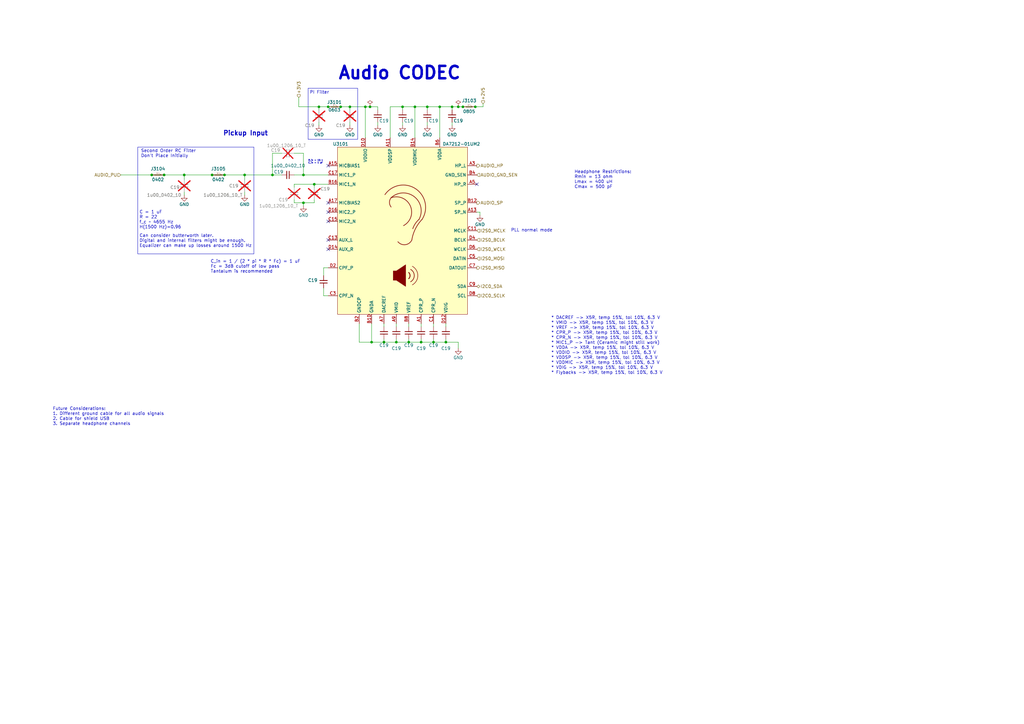
<source format=kicad_sch>
(kicad_sch (version 20230121) (generator eeschema)
  (paper "A3")
  (title_block (title "Audio I/O") (date "2023-08-07") (rev "1") (company "Beep Boop"))
  (lib_symbols
    (symbol "Beacon_Library:CUT_N_JUMP" (pin_numbers hide) (in_bom no)
      (property "Reference" "J" (at 0 -0.254 0))
      (property "Value" "0402" (at 0 -3.81 0))
      (symbol "CUT_N_JUMP_1_1"
        (polyline (pts (xy -1.27 -2.54) (xy 1.27 -2.54)) (stroke (width 0.381)))
        (polyline (pts (xy 0.508 -1.905) (xy 0.381 -1.651) (xy 0.508 -1.905) (xy 0.254 -2.032)) (stroke (width 0.0762)))
        (arc (start 0.508 -1.905) (mid -0.5086 -1.8651) (end -1.27 -2.54) (stroke (width 0.0762)))
        (pin passive line (at -2.54 -2.54 0) (length 1.27) (name "~") (number "1"))
        (pin passive line (at 2.54 -2.54 180) (length 1.27) (name "~") (number "2"))
      )
    )
    (symbol "Beacon_Library:DA7212-01UM2"
      (property "Reference" "U601" (at 1.27 -1.27 0))
      (property "Value" "DA7212-01UM2" (at 50.8 -1.27 0))
      (symbol "DA7212-01UM2_1_1"
        (rectangle (start 0 -2.54) (end 53.34 -71.12) (fill (type background)))
        (polyline (pts (xy 22.86 -53.34) (xy 22.86 -57.15) (xy 24.13 -57.15) (xy 27.94 -59.69) (xy 27.94 -50.8) (xy 24.13 -53.34) (xy 22.86 -53.34)) (fill (type outline)))
        (arc (start 21.9831 -23.3203) (mid 21.3108 -25.2252) (end 21.9831 -27.1303) (stroke (width 0.254)))
        (arc (start 24.765 -41.3542) (mid 27.8203 -42.5802) (end 30.48 -40.64) (stroke (width 0.254)))
        (arc (start 27.0631 -34.7503) (mid 29.8585 -26.664) (end 21.9831 -23.3203) (stroke (width 0.254)))
        (arc (start 29.2101 -56.515) (mid 29.7361 -55.245) (end 29.2101 -53.975) (stroke (width 0.3556)))
        (arc (start 29.9819 -57.785) (mid 31.4786 -55.245) (end 29.9819 -52.705) (stroke (width 0.254)))
        (arc (start 30.6933 -59.055) (mid 32.9343 -55.245) (end 30.6933 -51.435) (stroke (width 0.2032)))
        (arc (start 33.4131 -32.2103) (mid 31.4927 -22.8865) (end 21.9831 -23.3203) (stroke (width 0.254)))
        (arc (start 33.4131 -32.2103) (mid 31.893 -33.9484) (end 30.8731 -36.0203) (stroke (width 0.254)))
        (arc (start 34.6831 -32.2103) (mid 32.052 -19.6469) (end 19.4431 -22.0503) (stroke (width 0.254)))
        (arc (start 34.6831 -32.2103) (mid 31.9373 -36.1039) (end 30.48 -40.64) (stroke (width 0.254)))
        (pin passive line (at 34.29 -74.93 90) (length 3.81) (name "CPR_P") (number "A1"))
        (pin power_in line (at 21.59 1.27 270) (length 3.81) (name "VDDSP") (number "A11"))
        (pin output line (at 57.15 -29.21 180) (length 3.81) (name "SP_N") (number "A13"))
        (pin output line (at -3.81 -10.16 0) (length 3.81) (name "MICBIAS1") (number "A15"))
        (pin output line (at -3.81 -25.4 0) (length 3.81) (name "MICBIAS2") (number "A17"))
        (pin output line (at 57.15 -10.16 180) (length 3.81) (name "HP_L") (number "A3"))
        (pin output line (at 57.15 -17.78 180) (length 3.81) (name "HP_R") (number "A5"))
        (pin passive line (at 19.05 -74.93 90) (length 3.81) (name "DACREF") (number "A7"))
        (pin passive line (at 24.13 -74.93 90) (length 3.81) (name "VMID") (number "A9"))
        (pin passive line (at 13.97 -74.93 90) (length 3.81) (name "GNDA") (number "B10"))
        (pin output line (at 57.15 -25.4 180) (length 3.81) (name "SP_P") (number "B12"))
        (pin power_in line (at 31.75 1.27 270) (length 3.81) (name "VDDMIC") (number "B14"))
        (pin input line (at -3.81 -17.78 0) (length 3.81) (name "MIC1_N") (number "B16"))
        (pin passive line (at 8.89 -74.93 90) (length 3.81) (name "GNDCP") (number "B2"))
        (pin input line (at 57.15 -13.97 180) (length 3.81) (name "GND_SEN") (number "B4"))
        (pin power_in line (at 41.91 1.27 270) (length 3.81) (name "VDDA") (number "B6"))
        (pin passive line (at 29.21 -74.93 90) (length 3.81) (name "VREF") (number "B8"))
        (pin passive line (at 39.37 -74.93 90) (length 3.81) (name "CPR_N") (number "C1"))
        (pin input line (at 57.15 -36.83 180) (length 3.81) (name "MCLK") (number "C11"))
        (pin input line (at -3.81 -40.64 0) (length 3.81) (name "AUX_L") (number "C13"))
        (pin input line (at -3.81 -33.02 0) (length 3.81) (name "MIC2_N") (number "C15"))
        (pin input line (at -3.81 -13.97 0) (length 3.81) (name "MIC1_P") (number "C17"))
        (pin passive line (at -3.81 -63.5 0) (length 3.81) (name "CPF_N") (number "C3"))
        (pin input line (at 57.15 -48.26 180) (length 3.81) (name "DATIN") (number "C5"))
        (pin output line (at 57.15 -52.07 180) (length 3.81) (name "DATOUT") (number "C7"))
        (pin bidirectional line (at 57.15 -59.69 180) (length 3.81) (name "SDA") (number "C9"))
        (pin power_in line (at 11.43 1.27 270) (length 3.81) (name "VDDIO") (number "D10"))
        (pin passive line (at 44.45 -74.93 90) (length 3.81) (name "VDIG") (number "D12"))
        (pin input line (at -3.81 -44.45 0) (length 3.81) (name "AUX_R") (number "D14"))
        (pin input line (at -3.81 -29.21 0) (length 3.81) (name "MIC2_P") (number "D16"))
        (pin passive line (at -3.81 -52.07 0) (length 3.81) (name "CPF_P") (number "D2"))
        (pin input line (at 57.15 -40.64 180) (length 3.81) (name "BCLK") (number "D4"))
        (pin input line (at 57.15 -44.45 180) (length 3.81) (name "WCLK") (number "D6"))
        (pin input line (at 57.15 -63.5 180) (length 3.81) (name "SCL") (number "D8"))
      )
    )
    (symbol "Device:C_Small" (pin_numbers hide) (pin_names (offset 0.254) hide)
      (property "Reference" "C" (at 0.254 1.778 0))
      (property "Value" "C_Small" (at 0.254 -2.032 0))
      (symbol "C_Small_0_1"
        (polyline (pts (xy -1.524 -0.508) (xy 1.524 -0.508)) (stroke (width 0.3302)))
        (polyline (pts (xy -1.524 0.508) (xy 1.524 0.508)) (stroke (width 0.3048)))
      )
      (symbol "C_Small_1_1"
        (pin passive line (at 0 2.54 270) (length 2.032) (name "~") (number "1"))
        (pin passive line (at 0 -2.54 90) (length 2.032) (name "~") (number "2"))
      )
    )
    (symbol "power:GND" (power) (pin_names (offset 0))
      (property "Value" "GND" (at 0 -3.81 0))
      (symbol "GND_0_1"
        (polyline (pts (xy 0 0) (xy 0 -1.27) (xy 1.27 -1.27) (xy 0 -2.54) (xy -1.27 -1.27) (xy 0 -1.27)))
      )
      (symbol "GND_1_1"
        (pin power_in line (at 0 0 270) (length 0) hide (name "GND") (number "1"))
      )
    )
    (symbol "power:PWR_FLAG" (power) (pin_numbers hide) (pin_names (offset 0) hide)
      (property "Value" "PWR_FLAG" (at 0 3.81 0))
      (symbol "PWR_FLAG_0_0"
        (pin power_out line (at 0 0 90) (length 0) (name "pwr") (number "1"))
      )
      (symbol "PWR_FLAG_0_1"
        (polyline (pts (xy 0 0) (xy 0 1.27) (xy -1.016 1.905) (xy 0 2.54) (xy 1.016 1.905) (xy 0 1.27)))
      )
    )
  )
  (junction (at 151.765 43.815))
  (junction (at 130.81 43.815))
  (junction (at 67.31 71.755))
  (junction (at 128.905 75.565))
  (junction (at 182.88 140.335))
  (junction (at 152.4 140.335))
  (junction (at 124.46 83.185))
  (junction (at 139.7 43.815))
  (junction (at 165.1 43.815))
  (junction (at 167.64 140.335))
  (junction (at 62.23 71.755))
  (junction (at 172.72 140.335))
  (junction (at 180.34 43.815))
  (junction (at 185.42 43.815))
  (junction (at 149.86 43.815))
  (junction (at 100.33 71.755))
  (junction (at 75.565 71.755))
  (junction (at 187.96 43.815))
  (junction (at 143.51 43.815))
  (junction (at 111.76 71.755))
  (junction (at 177.8 140.335))
  (junction (at 134.62 43.815))
  (junction (at 124.46 71.755))
  (junction (at 162.56 140.335))
  (junction (at 189.865 43.815))
  (junction (at 170.18 43.815))
  (junction (at 157.48 140.335))
  (junction (at 86.995 71.755))
  (junction (at 175.26 43.815))
  (junction (at 194.945 43.815))
  (junction (at 92.075 71.755))
  (no_connect (at 134.62 102.235))
  (no_connect (at 134.62 83.185))
  (no_connect (at 134.62 86.995))
  (no_connect (at 134.62 67.945))
  (no_connect (at 195.58 75.565))
  (no_connect (at 134.62 98.425))
  (no_connect (at 134.62 90.805))
  (wire (pts (xy 152.4 140.335) (xy 147.32 140.335)))
  (wire (pts (xy 139.7 43.815) (xy 143.51 43.815)))
  (wire (pts (xy 100.33 78.74) (xy 100.33 80.01)))
  (wire (pts (xy 162.56 132.715) (xy 162.56 133.985)))
  (wire (pts (xy 92.075 71.755) (xy 100.33 71.755)))
  (wire (pts (xy 177.8 132.715) (xy 177.8 133.985)))
  (wire (pts (xy 165.1 51.435) (xy 165.1 50.165)))
  (wire (pts (xy 128.905 76.835) (xy 128.905 75.565)))
  (wire (pts (xy 160.02 43.815) (xy 160.02 56.515)))
  (wire (pts (xy 132.715 121.285) (xy 134.62 121.285)))
  (wire (pts (xy 75.565 73.66) (xy 75.565 71.755)))
  (wire (pts (xy 143.51 45.085) (xy 143.51 43.815)))
  (wire (pts (xy 124.46 83.185) (xy 124.46 84.455)))
  (wire (pts (xy 122.555 40.005) (xy 122.555 43.815)))
  (wire (pts (xy 115.57 71.755) (xy 111.76 71.755)))
  (wire (pts (xy 120.65 71.755) (xy 124.46 71.755)))
  (wire (pts (xy 189.865 43.815) (xy 194.945 43.815)))
  (wire (pts (xy 187.96 140.335) (xy 182.88 140.335)))
  (wire (pts (xy 130.81 50.165) (xy 130.81 51.435)))
  (wire (pts (xy 187.96 43.815) (xy 189.865 43.815)))
  (wire (pts (xy 49.53 71.755) (xy 62.23 71.755)))
  (wire (pts (xy 185.42 51.435) (xy 185.42 50.165)))
  (wire (pts (xy 165.1 43.815) (xy 170.18 43.815)))
  (wire (pts (xy 172.72 132.715) (xy 172.72 133.985)))
  (wire (pts (xy 177.8 139.065) (xy 177.8 140.335)))
  (wire (pts (xy 86.995 71.755) (xy 92.075 71.755)))
  (wire (pts (xy 128.905 83.185) (xy 128.905 81.915)))
  (wire (pts (xy 157.48 132.715) (xy 157.48 133.985)))
  (wire (pts (xy 67.31 71.755) (xy 75.565 71.755)))
  (wire (pts (xy 165.1 43.815) (xy 165.1 45.085)))
  (wire (pts (xy 120.65 76.835) (xy 120.65 75.565)))
  (wire (pts (xy 187.96 142.875) (xy 187.96 140.335)))
  (wire (pts (xy 185.42 45.085) (xy 185.42 43.815)))
  (wire (pts (xy 143.51 50.165) (xy 143.51 51.435)))
  (wire (pts (xy 120.65 62.865) (xy 124.46 62.865)))
  (wire (pts (xy 175.26 43.815) (xy 180.34 43.815)))
  (wire (pts (xy 157.48 139.065) (xy 157.48 140.335)))
  (wire (pts (xy 75.565 78.74) (xy 75.565 80.01)))
  (wire (pts (xy 167.64 140.335) (xy 162.56 140.335)))
  (wire (pts (xy 167.64 132.715) (xy 167.64 133.985)))
  (wire (pts (xy 124.46 62.865) (xy 124.46 71.755)))
  (wire (pts (xy 194.945 43.815) (xy 198.12 43.815)))
  (wire (pts (xy 151.765 43.815) (xy 149.86 43.815)))
  (wire (pts (xy 132.715 118.11) (xy 132.715 121.285)))
  (wire (pts (xy 162.56 140.335) (xy 157.48 140.335)))
  (wire (pts (xy 185.42 43.815) (xy 180.34 43.815)))
  (wire (pts (xy 182.88 132.715) (xy 182.88 133.985)))
  (wire (pts (xy 100.33 71.755) (xy 111.76 71.755)))
  (wire (pts (xy 172.72 139.065) (xy 172.72 140.335)))
  (wire (pts (xy 130.81 45.085) (xy 130.81 43.815)))
  (wire (pts (xy 154.94 51.435) (xy 154.94 50.165)))
  (wire (pts (xy 122.555 43.815) (xy 130.81 43.815)))
  (wire (pts (xy 111.76 62.865) (xy 111.76 71.755)))
  (wire (pts (xy 62.23 71.755) (xy 67.31 71.755)))
  (wire (pts (xy 124.46 71.755) (xy 134.62 71.755)))
  (wire (pts (xy 170.18 43.815) (xy 170.18 56.515)))
  (wire (pts (xy 120.65 75.565) (xy 128.905 75.565)))
  (wire (pts (xy 115.57 62.865) (xy 111.76 62.865)))
  (wire (pts (xy 172.72 140.335) (xy 167.64 140.335)))
  (wire (pts (xy 196.85 86.995) (xy 195.58 86.995)))
  (wire (pts (xy 132.715 113.03) (xy 132.715 109.855)))
  (wire (pts (xy 132.715 109.855) (xy 134.62 109.855)))
  (wire (pts (xy 75.565 71.755) (xy 86.995 71.755)))
  (wire (pts (xy 177.8 140.335) (xy 172.72 140.335)))
  (wire (pts (xy 100.33 73.66) (xy 100.33 71.755)))
  (wire (pts (xy 124.46 83.185) (xy 128.905 83.185)))
  (wire (pts (xy 196.85 88.265) (xy 196.85 86.995)))
  (wire (pts (xy 149.86 43.815) (xy 149.86 56.515)))
  (wire (pts (xy 170.18 43.815) (xy 175.26 43.815)))
  (wire (pts (xy 180.34 56.515) (xy 180.34 43.815)))
  (wire (pts (xy 182.88 140.335) (xy 177.8 140.335)))
  (wire (pts (xy 130.81 43.815) (xy 134.62 43.815)))
  (wire (pts (xy 120.65 81.915) (xy 120.65 83.185)))
  (wire (pts (xy 152.4 132.715) (xy 152.4 140.335)))
  (wire (pts (xy 120.65 83.185) (xy 124.46 83.185)))
  (wire (pts (xy 185.42 43.815) (xy 187.96 43.815)))
  (wire (pts (xy 182.88 139.065) (xy 182.88 140.335)))
  (wire (pts (xy 160.02 43.815) (xy 165.1 43.815)))
  (wire (pts (xy 128.905 75.565) (xy 134.62 75.565)))
  (wire (pts (xy 157.48 140.335) (xy 152.4 140.335)))
  (wire (pts (xy 154.94 43.815) (xy 151.765 43.815)))
  (wire (pts (xy 175.26 45.085) (xy 175.26 43.815)))
  (wire (pts (xy 198.12 42.545) (xy 198.12 43.815)))
  (wire (pts (xy 147.32 132.715) (xy 147.32 140.335)))
  (wire (pts (xy 134.62 43.815) (xy 139.7 43.815)))
  (wire (pts (xy 175.26 51.435) (xy 175.26 50.165)))
  (wire (pts (xy 143.51 43.815) (xy 149.86 43.815)))
  (wire (pts (xy 167.64 139.065) (xy 167.64 140.335)))
  (wire (pts (xy 154.94 45.085) (xy 154.94 43.815)))
  (wire (pts (xy 162.56 139.065) (xy 162.56 140.335)))
  (rectangle (start 56.515 60.325) (end 104.14 104.14))
  (rectangle (start 126.365 36.195) (end 146.685 57.15))
  (text "Pickup Input" (at 91.44 55.88 0) (effects (font (size 1.905 1.905) (thickness 0.381) bold) (justify left bottom)))
  (text "* DACREF -> X5R, temp 15%, tol 10%, 6.3 V\n* VMID -> X5R, temp 15%, tol 10%, 6.3 V\n* VREF -> X5R, temp 15%, tol 10%, 6.3 V\n* CPR_P -> X5R, temp 15%, tol 10%, 6.3 V\n* CPR_N -> X5R, temp 15%, tol 10%, 6.3 V\n* MIC1_P -> Tant (Ceramic might still work)\n* VDDA -> X5R, temp 15%, tol 10%, 6.3 V\n* VDDIO -> X5R, temp 15%, tol 10%, 6.3 V\n* VDDSP -> X5R, temp 15%, tol 10%, 6.3 V\n* VDDMIC -> X5R, temp 15%, tol 10%, 6.3 V\n* VDIG -> X5R, temp 15%, tol 10%, 6.3 V\n* Flybacks -> X5R, temp 15%, tol 10%, 6.3 V" (at 226.06 153.67 0) (effects (font (size 1.27 1.27)) (justify left bottom)))
  (text "Headphone Restrictions:\nRmin = 13 ohm\nLmax = 400 uH\nCmax = 500 pF" (at 235.585 77.47 0) (effects (font (size 1.27 1.27)) (justify left bottom)))
  (text "C = 1 uF\nR = 22\nf_c ~ 4655 Hz\nH(1500 Hz)=0.96" (at 57.15 93.98 0) (effects (font (size 1.27 1.27)) (justify left bottom)))
  (text "Future Considerations:\n1. Different ground cable for all audio signals\n2. Cable for shield USB\n3. Separate headphone channels" (at 21.59 174.625 0) (effects (font (size 1.27 1.27)) (justify left bottom)))
  (text "PI Filter" (at 127 38.735 0) (effects (font (size 1.27 1.27)) (justify left bottom)))
  (text "Second Order RC Filter\nDon't Place Initially" (at 57.785 64.77 0) (effects (font (size 1.27 1.27)) (justify left bottom)))
  (text "Can consider butterworth later.\nDigital and internal filters might be enough.\nEqualizer can make up losses around 1500 Hz" (at 57.15 101.6 0) (effects (font (size 1.27 1.27)) (justify left bottom)))
  (text "R_in = 15 k\nC_in = 1 pF" (at 126.365 67.31 0) (effects (font (size 0.635 0.635)) (justify left bottom)))
  (text "C_in = 1 / (2 * pi * R * Fc) = 1 uF\nFc = 3dB cutoff of low pass\nTantalum is recommended" (at 86.36 112.1664 0) (effects (font (size 1.27 1.27)) (justify left bottom)))
  (text "Audio CODEC" (at 138.43 33.02 0) (effects (font (size 5.08 5.08) (thickness 1.016) bold) (justify left bottom)))
  (text "PLL normal mode" (at 209.55 95.25 0) (effects (font (size 1.27 1.27)) (justify left bottom)))
  (hierarchical_label "+2V5" (shape input) (at 198.12 42.545 90))
  (hierarchical_label "I2S0_MOSI" (shape input) (at 195.58 106.045 0) (property "Intersheetrefs" "${INTERSHEET_REFS}" (effects hide)))
  (hierarchical_label "AUDIO_HP" (shape output) (at 195.58 67.945 0))
  (hierarchical_label "I2C0_SDA" (shape bidirectional) (at 195.58 117.475 0) (property "Intersheetrefs" "${INTERSHEET_REFS}" (effects hide)))
  (hierarchical_label "AUDIO_SP" (shape output) (at 195.58 83.185 0))
  (hierarchical_label "AUDIO_PU" (shape input) (at 49.53 71.755 180) (property "Intersheetrefs" "${INTERSHEET_REFS}" (effects hide)))
  (hierarchical_label "I2S0_BCLK" (shape input) (at 195.58 98.425 0) (property "Intersheetrefs" "${INTERSHEET_REFS}" (effects hide)))
  (hierarchical_label "I2C0_SCLK" (shape input) (at 195.58 121.285 0) (property "Intersheetrefs" "${INTERSHEET_REFS}" (effects hide)))
  (hierarchical_label "AUDIO_GND_SEN" (shape input) (at 195.58 71.755 0))
  (hierarchical_label "I2S0_MCLK" (shape input) (at 195.58 94.615 0) (property "Intersheetrefs" "${INTERSHEET_REFS}" (effects hide)))
  (hierarchical_label "I2S0_WCLK" (shape input) (at 195.58 102.235 0) (property "Intersheetrefs" "${INTERSHEET_REFS}" (effects hide)))
  (hierarchical_label "+3V3" (shape input) (at 122.555 40.005 90))
  (hierarchical_label "I2S0_MISO" (shape output) (at 195.58 109.855 0) (property "Intersheetrefs" "${INTERSHEET_REFS}" (effects hide)))
  (symbol (lib_id "Device:C_Small") (at 165.1 47.625 180) (unit 1)
    (property "Reference" "C19" (at 167.64 49.53 0))
    (property "Value" "1u00_0402_10" (effects hide))
    (property "Footprint" "Footprint_Library:0402_1005Metric_Handsolder" (effects hide))
    (instances (project "Beacon" (path "" (reference "C19") (unit 1)) (path "" (reference "C22") (unit 1)) (path "" (reference "C3104") (unit 1)) (path "" (reference "C2023") (unit 1))) (project "Beacon_Multiboard" (path "" (reference "C604") (unit 1))))
  )
  (symbol (lib_id "power:GND") (at 165.1 51.435 0) (unit 1)
    (property "Reference" "#PWR03106" (effects hide))
    (property "Value" "GND" (at 165.1 55.245 0))
    (instances (project "Beacon" (path "" (reference "#PWR03106") (unit 1)) (path "" (reference "#PWR02042") (unit 1))) (project "Beacon_Multiboard" (path "" (reference "#PWR0604") (unit 1))))
  )
  (symbol (lib_id "power:PWR_FLAG") (at 187.96 43.815 0) (unit 1)
    (property "Reference" "#FLG0603" (effects hide))
    (property "Value" "PWR_FLAG" (effects hide))
  )
  (symbol (lib_id "Device:C_Small") (at 157.48 136.525 180) (unit 1)
    (property "Reference" "C19" (at 157.48 141.605 0))
    (property "Value" "1u00_0402_10" (effects hide))
    (property "Footprint" "Footprint_Library:0402_1005Metric_Handsolder" (effects hide))
    (instances (project "Beacon" (path "" (reference "C19") (unit 1)) (path "" (reference "C22") (unit 1)) (path "" (reference "C3113") (unit 1)) (path "" (reference "C2021") (unit 1))) (project "Beacon_Multiboard" (path "" (reference "C614") (unit 1))))
  )
  (symbol (lib_id "Device:C_Small") (at 128.905 79.375 0) (unit 1) (dnp yes)
    (property "Reference" "C19" (at 133.35 77.47 0))
    (property "Value" "1u00_0402_10" (effects hide))
    (property "Footprint" "Footprint_Library:0402_1005Metric_Handsolder" (effects hide))
    (instances (project "Beacon" (path "" (reference "C19") (unit 1)) (path "" (reference "C22") (unit 1)) (path "" (reference "C3111") (unit 1)) (path "" (reference "C2017") (unit 1))) (project "Beacon_Multiboard" (path "" (reference "C612") (unit 1))))
  )
  (symbol (lib_id "power:GND") (at 187.96 142.875 0) (unit 1)
    (property "Reference" "#PWR03114" (effects hide))
    (property "Value" "GND" (at 187.96 146.685 0))
    (instances (project "Beacon" (path "" (reference "#PWR03114") (unit 1)) (path "" (reference "#PWR02045") (unit 1))) (project "Beacon_Multiboard" (path "" (reference "#PWR0610") (unit 1))))
  )
  (symbol (lib_id "Beacon_Library:DA7212-01UM2") (at 138.43 57.785 0) (unit 1)
    (property "Reference" "U3101" (at 139.7 59.055 0))
    (property "Value" "DA7212-01UM2" (at 189.23 59.055 0))
    (property "Footprint" "Footprint_Library:DA721201UM2" (effects hide))
    (property "Datasheet" "https://www.mouser.com/ProductDetail/Renesas-Dialog/DA7212-01UM2?qs=%252BXi6w7ipgVE9at%2Fm55%2FzUA%3D%3D" (effects hide))
    (instances (project "Beacon" (path "" (reference "U3101") (unit 1)) (path "" (reference "U2002") (unit 1))) (project "Beacon_Multiboard" (path "" (reference "U601") (unit 1)) (path "" (reference "U601") (unit 1))))
  )
  (symbol (lib_id "Device:C_Small") (at 154.94 47.625 180) (unit 1)
    (property "Reference" "C19" (at 157.48 49.53 0))
    (property "Value" "1u00_0402_10" (effects hide))
    (property "Footprint" "Footprint_Library:0402_1005Metric_Handsolder" (effects hide))
    (instances (project "Beacon" (path "" (reference "C19") (unit 1)) (path "" (reference "C22") (unit 1)) (path "" (reference "C3103") (unit 1)) (path "" (reference "C2020") (unit 1))) (project "Beacon_Multiboard" (path "" (reference "C603") (unit 1))))
  )
  (symbol (lib_id "Device:C_Small") (at 120.65 79.375 0) (unit 1) (dnp yes)
    (property "Reference" "C19" (at 116.205 81.915 0))
    (property "Value" "1u00_1206_10_T" (at 114.3 84.455 0))
    (property "Footprint" "Footprint_Library:1206_3216Metric_Handsolder" (effects hide))
    (instances (project "Beacon" (path "" (reference "C19") (unit 1)) (path "" (reference "C22") (unit 1)) (path "" (reference "C3108") (unit 1)) (path "" (reference "C2015") (unit 1))) (project "Beacon_Multiboard" (path "" (reference "C611") (unit 1))))
  )
  (symbol (lib_id "power:GND") (at 175.26 51.435 0) (unit 1)
    (property "Reference" "#PWR03107" (effects hide))
    (property "Value" "GND" (at 175.26 55.245 0))
    (instances (project "Beacon" (path "" (reference "#PWR03107") (unit 1)) (path "" (reference "#PWR02043") (unit 1))) (project "Beacon_Multiboard" (path "" (reference "#PWR0605") (unit 1))))
  )
  (symbol (lib_id "Beacon_Library:CUT_N_JUMP") (at 192.405 41.275 0) (mirror y) (unit 1) (in_bom no)
    (property "Reference" "J3103" (at 192.405 41.275 0))
    (property "Value" "0805" (at 192.405 45.72 0))
    (property "Footprint" "Footprint_Library:0805_CUT-N-JUMP" (effects hide))
    (instances (project "Beacon" (path "" (reference "J3103") (unit 1)) (path "" (reference "J2013") (unit 1))) (project "Beacon_Multiboard" (path "" (reference "J603") (unit 1))))
  )
  (symbol (lib_id "power:GND") (at 185.42 51.435 0) (unit 1)
    (property "Reference" "#PWR03108" (effects hide))
    (property "Value" "GND" (at 185.42 55.245 0))
    (instances (project "Beacon" (path "" (reference "#PWR03108") (unit 1)) (path "" (reference "#PWR02044") (unit 1))) (project "Beacon_Multiboard" (path "" (reference "#PWR0606") (unit 1))))
  )
  (symbol (lib_id "Device:C_Small") (at 185.42 47.625 180) (unit 1)
    (property "Reference" "C19" (at 187.96 49.53 0))
    (property "Value" "1u00_0402_10" (effects hide))
    (property "Footprint" "Footprint_Library:0402_1005Metric_Handsolder" (effects hide))
    (instances (project "Beacon" (path "" (reference "C19") (unit 1)) (path "" (reference "C22") (unit 1)) (path "" (reference "C3106") (unit 1)) (path "" (reference "C2029") (unit 1))) (project "Beacon_Multiboard" (path "" (reference "C606") (unit 1))))
  )
  (symbol (lib_id "Device:C_Small") (at 75.565 76.2 0) (unit 1) (dnp yes)
    (property "Reference" "C19" (at 71.755 76.835 0))
    (property "Value" "1u00_0402_10" (at 67.31 80.01 0))
    (property "Footprint" "Footprint_Library:0402_1005Metric_Handsolder" (effects hide))
    (instances (project "Beacon" (path "" (reference "C19") (unit 1)) (path "" (reference "C22") (unit 1)) (path "" (reference "C3110") (unit 1)) (path "" (reference "C2013") (unit 1))) (project "Beacon_Multiboard" (path "" (reference "C609") (unit 1))))
  )
  (symbol (lib_id "power:GND") (at 100.33 80.01 0) (unit 1)
    (property "Reference" "#PWR03111" (effects hide))
    (property "Value" "GND" (at 100.33 83.82 0))
    (instances (project "Beacon" (path "" (reference "#PWR03111") (unit 1)) (path "" (reference "#PWR02036") (unit 1))) (project "Beacon_Multiboard" (path "" (reference "#PWR0608") (unit 1))))
  )
  (symbol (lib_id "Device:C_Small") (at 162.56 136.525 180) (unit 1)
    (property "Reference" "C19" (at 162.56 142.875 0))
    (property "Value" "1u00_0402_10" (effects hide))
    (property "Footprint" "Footprint_Library:0402_1005Metric_Handsolder" (effects hide))
    (instances (project "Beacon" (path "" (reference "C19") (unit 1)) (path "" (reference "C22") (unit 1)) (path "" (reference "C3114") (unit 1)) (path "" (reference "C2022") (unit 1))) (project "Beacon_Multiboard" (path "" (reference "C615") (unit 1))))
  )
  (symbol (lib_id "Device:C_Small") (at 172.72 136.525 180) (unit 1)
    (property "Reference" "C19" (at 172.72 142.875 0))
    (property "Value" "1u00_0402_10" (effects hide))
    (property "Footprint" "Footprint_Library:0402_1005Metric_Handsolder" (effects hide))
    (instances (project "Beacon" (path "" (reference "C19") (unit 1)) (path "" (reference "C22") (unit 1)) (path "" (reference "C3116") (unit 1)) (path "" (reference "C2025") (unit 1))) (project "Beacon_Multiboard" (path "" (reference "C617") (unit 1))))
  )
  (symbol (lib_id "Device:C_Small") (at 182.88 136.525 180) (unit 1)
    (property "Reference" "C19" (at 182.88 142.875 0))
    (property "Value" "1u00_0402_10" (effects hide))
    (property "Footprint" "Footprint_Library:0402_1005Metric_Handsolder" (effects hide))
    (instances (project "Beacon" (path "" (reference "C19") (unit 1)) (path "" (reference "C22") (unit 1)) (path "" (reference "C3118") (unit 1)) (path "" (reference "C2028") (unit 1))) (project "Beacon_Multiboard" (path "" (reference "C619") (unit 1))))
  )
  (symbol (lib_id "Device:C_Small") (at 100.33 76.2 0) (unit 1) (dnp yes)
    (property "Reference" "C19" (at 95.885 76.2 0))
    (property "Value" "1u00_1206_10_T" (at 91.44 80.01 0))
    (property "Footprint" "Footprint_Library:1206_3216Metric_Handsolder" (effects hide))
    (instances (project "Beacon" (path "" (reference "C19") (unit 1)) (path "" (reference "C22") (unit 1)) (path "" (reference "C3108") (unit 1)) (path "" (reference "C2015") (unit 1))) (project "Beacon_Multiboard" (path "" (reference "C610") (unit 1))))
  )
  (symbol (lib_id "Device:C_Small") (at 130.81 47.625 180) (unit 1) (dnp yes)
    (property "Reference" "C19" (at 127 51.435 0))
    (property "Value" "????_0402_25" (effects hide))
    (property "Footprint" "Footprint_Library:0402_1005Metric_Handsolder" (effects hide))
    (instances (project "Beacon" (path "" (reference "C19") (unit 1)) (path "" (reference "C22") (unit 1)) (path "" (reference "C3101") (unit 1)) (path "" (reference "C2016") (unit 1))) (project "Beacon_Multiboard" (path "" (reference "C601") (unit 1))))
  )
  (symbol (lib_id "Device:C_Small") (at 118.11 71.755 270) (unit 1)
    (property "Reference" "C19" (at 114.3 70.485 90))
    (property "Value" "1u00_0402_10" (at 118.11 67.945 90))
    (property "Footprint" "Footprint_Library:0402_1005Metric_Handsolder" (effects hide))
    (instances (project "Beacon" (path "" (reference "C19") (unit 1)) (path "" (reference "C22") (unit 1)) (path "" (reference "C3107") (unit 1)) (path "" (reference "C2014") (unit 1))) (project "Beacon_Multiboard" (path "" (reference "C608") (unit 1))))
  )
  (symbol (lib_id "power:GND") (at 143.51 51.435 0) (unit 1)
    (property "Reference" "#PWR03104" (effects hide))
    (property "Value" "GND" (at 143.51 55.245 0))
    (instances (project "Beacon" (path "" (reference "#PWR03104") (unit 1)) (path "" (reference "#PWR02040") (unit 1))) (project "Beacon_Multiboard" (path "" (reference "#PWR0602") (unit 1))))
  )
  (symbol (lib_id "power:GND") (at 124.46 84.455 0) (unit 1)
    (property "Reference" "#PWR03112" (effects hide))
    (property "Value" "GND" (at 124.46 88.265 0))
    (instances (project "Beacon" (path "" (reference "#PWR03112") (unit 1)) (path "" (reference "#PWR02039") (unit 1))) (project "Beacon_Multiboard" (path "" (reference "#PWR0609") (unit 1))))
  )
  (symbol (lib_id "power:GND") (at 196.85 88.265 0) (unit 1)
    (property "Reference" "#PWR03105" (effects hide))
    (property "Value" "GND" (at 196.85 92.075 0))
    (instances (project "Beacon" (path "" (reference "#PWR03105") (unit 1)) (path "" (reference "#PWR02041") (unit 1))) (project "Beacon_Multiboard" (path "" (reference "#PWR0717") (unit 1))))
  )
  (symbol (lib_id "power:GND") (at 75.565 80.01 0) (unit 1)
    (property "Reference" "#PWR03110" (effects hide))
    (property "Value" "GND" (at 75.565 83.82 0))
    (instances (project "Beacon" (path "" (reference "#PWR03110") (unit 1)) (path "" (reference "#PWR02035") (unit 1))) (project "Beacon_Multiboard" (path "" (reference "#PWR0607") (unit 1))))
  )
  (symbol (lib_id "power:PWR_FLAG") (at 151.765 43.815 0) (unit 1)
    (property "Reference" "#FLG0601" (effects hide))
    (property "Value" "PWR_FLAG" (effects hide))
  )
  (symbol (lib_id "Device:C_Small") (at 132.715 115.57 180) (unit 1)
    (property "Reference" "C19" (at 128.27 114.935 0))
    (property "Value" "1u00_0402_10" (effects hide))
    (property "Footprint" "Footprint_Library:0402_1005Metric_Handsolder" (effects hide))
    (instances (project "Beacon" (path "" (reference "C19") (unit 1)) (path "" (reference "C22") (unit 1)) (path "" (reference "C3112") (unit 1)) (path "" (reference "C2018") (unit 1))) (project "Beacon_Multiboard" (path "" (reference "C613") (unit 1))))
  )
  (symbol (lib_id "Device:C_Small") (at 175.26 47.625 180) (unit 1)
    (property "Reference" "C19" (at 177.8 49.53 0))
    (property "Value" "1u00_0402_10" (effects hide))
    (property "Footprint" "Footprint_Library:0402_1005Metric_Handsolder" (effects hide))
    (instances (project "Beacon" (path "" (reference "C19") (unit 1)) (path "" (reference "C22") (unit 1)) (path "" (reference "C3105") (unit 1)) (path "" (reference "C2026") (unit 1))) (project "Beacon_Multiboard" (path "" (reference "C605") (unit 1))))
  )
  (symbol (lib_id "Device:C_Small") (at 177.8 136.525 180) (unit 1)
    (property "Reference" "C19" (at 177.8 141.605 0))
    (property "Value" "1u00_0402_10" (effects hide))
    (property "Footprint" "Footprint_Library:0402_1005Metric_Handsolder" (effects hide))
    (instances (project "Beacon" (path "" (reference "C19") (unit 1)) (path "" (reference "C22") (unit 1)) (path "" (reference "C3117") (unit 1)) (path "" (reference "C2027") (unit 1))) (project "Beacon_Multiboard" (path "" (reference "C618") (unit 1))))
  )
  (symbol (lib_id "power:GND") (at 130.81 51.435 0) (unit 1)
    (property "Reference" "#PWR03103" (effects hide))
    (property "Value" "GND" (at 130.81 55.245 0))
    (instances (project "Beacon" (path "" (reference "#PWR03103") (unit 1)) (path "" (reference "#PWR02038") (unit 1))) (project "Beacon_Multiboard" (path "" (reference "#PWR0601") (unit 1))))
  )
  (symbol (lib_id "Device:C_Small") (at 167.64 136.525 180) (unit 1)
    (property "Reference" "C19" (at 167.64 141.605 0))
    (property "Value" "1u00_0402_10" (effects hide))
    (property "Footprint" "Footprint_Library:0402_1005Metric_Handsolder" (effects hide))
    (instances (project "Beacon" (path "" (reference "C19") (unit 1)) (path "" (reference "C22") (unit 1)) (path "" (reference "C3115") (unit 1)) (path "" (reference "C2024") (unit 1))) (project "Beacon_Multiboard" (path "" (reference "C616") (unit 1))))
  )
  (symbol (lib_id "Beacon_Library:CUT_N_JUMP") (at 137.16 41.275 0) (mirror y) (unit 1) (in_bom no)
    (property "Reference" "J3101" (at 137.16 41.91 0))
    (property "Value" "0603" (at 137.16 45.085 0))
    (property "Footprint" "Footprint_Library:0603_CUT-N-JUMP" (effects hide))
    (instances (project "Beacon" (path "" (reference "J3101") (unit 1)) (path "" (reference "J2011") (unit 1))) (project "Beacon_Multiboard" (path "" (reference "J601") (unit 1))))
  )
  (symbol (lib_id "Beacon_Library:CUT_N_JUMP") (at 89.535 69.215 0) (mirror y) (unit 1) (in_bom no)
    (property "Reference" "J3105" (at 89.535 69.215 0))
    (property "Value" "0402" (at 89.535 73.66 0))
    (property "Footprint" "Footprint_Library:0402_CUT-N-JUMP" (effects hide))
    (instances (project "Beacon" (path "" (reference "J3105") (unit 1)) (path "" (reference "J2010") (unit 1))) (project "Beacon_Multiboard" (path "" (reference "J605") (unit 1))))
  )
  (symbol (lib_id "Device:C_Small") (at 118.11 62.865 270) (unit 1) (dnp yes)
    (property "Reference" "C19" (at 113.03 61.595 90))
    (property "Value" "1u00_1206_10_T" (at 117.475 59.69 90))
    (property "Footprint" "Footprint_Library:1206_3216Metric_Handsolder" (effects hide))
    (instances (project "Beacon" (path "" (reference "C19") (unit 1)) (path "" (reference "C22") (unit 1)) (path "" (reference "C3108") (unit 1)) (path "" (reference "C2015") (unit 1))) (project "Beacon_Multiboard" (path "" (reference "C607") (unit 1))))
  )
  (symbol (lib_id "Beacon_Library:CUT_N_JUMP") (at 64.77 69.215 0) (mirror y) (unit 1) (in_bom no)
    (property "Reference" "J3104" (at 64.77 69.215 0))
    (property "Value" "0402" (at 64.77 73.66 0))
    (property "Footprint" "Footprint_Library:0402_CUT-N-JUMP" (effects hide))
    (instances (project "Beacon" (path "" (reference "J3104") (unit 1)) (path "" (reference "J2009") (unit 1))) (project "Beacon_Multiboard" (path "" (reference "J604") (unit 1))))
  )
  (symbol (lib_id "Device:C_Small") (at 143.51 47.625 180) (unit 1) (dnp yes)
    (property "Reference" "C19" (at 139.7 51.435 0))
    (property "Value" "????_0402_25" (effects hide))
    (property "Footprint" "Footprint_Library:0402_1005Metric_Handsolder" (effects hide))
    (instances (project "Beacon" (path "" (reference "C19") (unit 1)) (path "" (reference "C22") (unit 1)) (path "" (reference "C3102") (unit 1)) (path "" (reference "C2019") (unit 1))) (project "Beacon_Multiboard" (path "" (reference "C602") (unit 1))))
  )
  (symbol (lib_id "power:GND") (at 154.94 51.435 0) (unit 1)
    (property "Reference" "#PWR03105" (effects hide))
    (property "Value" "GND" (at 154.94 55.245 0))
    (instances (project "Beacon" (path "" (reference "#PWR03105") (unit 1)) (path "" (reference "#PWR02041") (unit 1))) (project "Beacon_Multiboard" (path "" (reference "#PWR0603") (unit 1))))
  )
)
</source>
